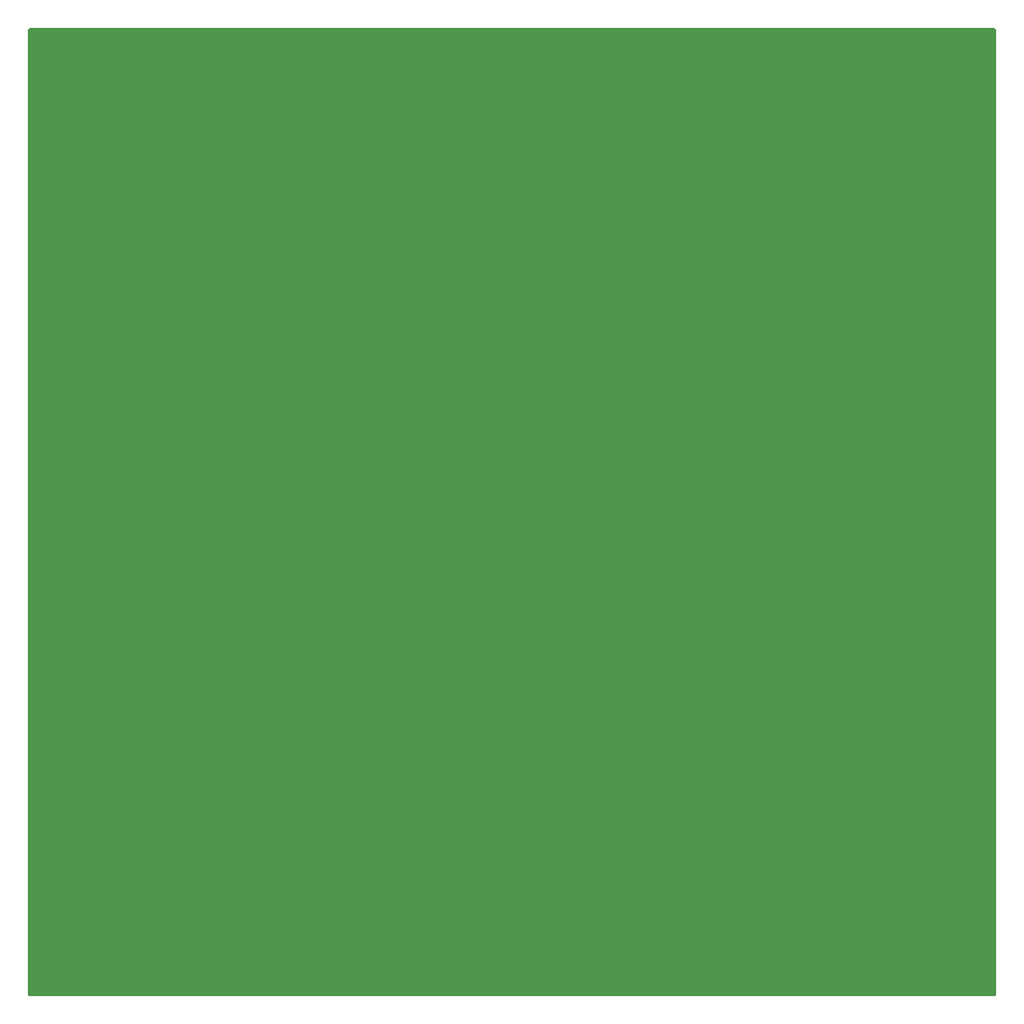
<source format=gbl>
G04 #@! TF.GenerationSoftware,KiCad,Pcbnew,7.0.1*
G04 #@! TF.CreationDate,2023-12-15T21:30:21-08:00*
G04 #@! TF.ProjectId,High current LED switch with ballast,48696768-2063-4757-9272-656e74204c45,rev?*
G04 #@! TF.SameCoordinates,Original*
G04 #@! TF.FileFunction,Copper,L2,Bot*
G04 #@! TF.FilePolarity,Positive*
%FSLAX46Y46*%
G04 Gerber Fmt 4.6, Leading zero omitted, Abs format (unit mm)*
G04 Created by KiCad (PCBNEW 7.0.1) date 2023-12-15 21:30:21*
%MOMM*%
%LPD*%
G01*
G04 APERTURE LIST*
G04 #@! TA.AperFunction,ViaPad*
%ADD10C,0.800000*%
G04 #@! TD*
G04 APERTURE END LIST*
D10*
X-48610000Y-8420000D03*
X-41610000Y-49060000D03*
X-45110000Y19520000D03*
X47000000Y-14500000D03*
X-48610000Y34760000D03*
X-45110000Y6820000D03*
X45000000Y-34820000D03*
X-45110000Y1740000D03*
X47000000Y-42440000D03*
X-41610000Y-38900000D03*
X-40800000Y47170000D03*
X-41610000Y19520000D03*
X49000000Y-11960000D03*
X45000000Y-49000000D03*
X-48610000Y-46520000D03*
X-45110000Y27140000D03*
X45000000Y-6880000D03*
X-45110000Y-31280000D03*
X47010000Y-1320000D03*
X-48980000Y49450000D03*
X-48610000Y44920000D03*
X-45110000Y32220000D03*
X-41610000Y-800000D03*
X-41140000Y42410000D03*
X49000000Y46460000D03*
X-45110000Y-8420000D03*
X45000000Y-17040000D03*
X-41610000Y34760000D03*
X-46430000Y44930000D03*
X47000000Y8360000D03*
X45010000Y-1330000D03*
X-45110000Y-16040000D03*
X47000000Y28680000D03*
X-48610000Y-21120000D03*
X47000000Y-22120000D03*
X47000000Y-49000000D03*
X44090000Y42780000D03*
X47000000Y15980000D03*
X-45110000Y-36360000D03*
X44100000Y45320000D03*
X-41610000Y1740000D03*
X-41610000Y9360000D03*
X45000000Y19000000D03*
X49000000Y-44980000D03*
X47000000Y-11960000D03*
X47000000Y5820000D03*
X-48610000Y-41440000D03*
X-48610000Y-43980000D03*
X-45110000Y14440000D03*
X-41610000Y-23660000D03*
X-48610000Y-800000D03*
X-48610000Y39840000D03*
X45000000Y-44960000D03*
X-45110000Y-41440000D03*
X-48610000Y32220000D03*
X49000000Y21060000D03*
X-48610000Y6820000D03*
X47000000Y31220000D03*
X-48610000Y-31280000D03*
X49000000Y26140000D03*
X49000000Y-29740000D03*
X-41610000Y11900000D03*
X-48610000Y-36360000D03*
X49000000Y31220000D03*
X-48610000Y-18580000D03*
X49000000Y23600000D03*
X46060000Y47750000D03*
X49000000Y-19580000D03*
X48110000Y45360000D03*
X49000000Y-34820000D03*
X-45230000Y3630000D03*
X47000000Y49000000D03*
X45000000Y5820000D03*
X-45110000Y-18580000D03*
X45000000Y-39900000D03*
X-40340000Y49400000D03*
X-48610000Y47460000D03*
X47000000Y26140000D03*
X45000000Y21060000D03*
X45000000Y31220000D03*
X45000000Y-19580000D03*
X-41610000Y-31280000D03*
X45000000Y-37360000D03*
X47000000Y4000000D03*
X-48610000Y1740000D03*
X49000000Y36300000D03*
X-41610000Y-46520000D03*
X-41610000Y-21120000D03*
X-48610000Y9360000D03*
X49000000Y15980000D03*
X49000000Y33760000D03*
X47000000Y-27200000D03*
X-45110000Y-26200000D03*
X45000000Y-9420000D03*
X-48610000Y29680000D03*
X42790000Y46490000D03*
X-48610000Y-28740000D03*
X45000000Y28680000D03*
X45000000Y740000D03*
X-48610000Y-10960000D03*
X-48610000Y-26200000D03*
X-45110000Y-28740000D03*
X45000000Y4000000D03*
X45000000Y8360000D03*
X-41610000Y27140000D03*
X45000000Y33760000D03*
X-45110000Y42380000D03*
X-41610000Y29680000D03*
X-45060000Y-33220000D03*
X47000000Y-37360000D03*
X49000000Y28680000D03*
X-48610000Y16980000D03*
X-48610000Y37300000D03*
X47000000Y-39900000D03*
X-48610000Y19520000D03*
X-41550000Y-33190000D03*
X-41610000Y-36360000D03*
X-45110000Y-43980000D03*
X-45110000Y34760000D03*
X49000000Y-37360000D03*
X-45110000Y-5880000D03*
X-48620000Y-13320000D03*
X-41610000Y-16040000D03*
X45000000Y-11960000D03*
X-45110000Y-49060000D03*
X-48610000Y3630000D03*
X-41610000Y37300000D03*
X47000000Y740000D03*
X47000000Y21060000D03*
X47000000Y-24660000D03*
X49000000Y-39900000D03*
X-45110000Y-3340000D03*
X49000000Y-22120000D03*
X46130000Y45350000D03*
X-45110000Y-10960000D03*
X-41610000Y-43980000D03*
X48130000Y42780000D03*
X49000000Y-32280000D03*
X-41610000Y-10960000D03*
X44060000Y47730000D03*
X47000000Y-29740000D03*
X45000000Y-29740000D03*
X-45170000Y-13300000D03*
X47000000Y-32280000D03*
X45000000Y49000000D03*
X-45110000Y9360000D03*
X47000000Y-19580000D03*
X45000000Y36300000D03*
X47000000Y38840000D03*
X-48610000Y22060000D03*
X-41610000Y-3340000D03*
X-48610000Y-38900000D03*
X45000000Y-42440000D03*
X-48610000Y14440000D03*
X47000000Y-17040000D03*
X-48610000Y-3340000D03*
X-48610000Y42380000D03*
X-45110000Y-23660000D03*
X-41610000Y14440000D03*
X-48610000Y27140000D03*
X-45110000Y16980000D03*
X45000000Y13440000D03*
X-41080000Y39730000D03*
X45000000Y-14500000D03*
X49000000Y-17040000D03*
X43000000Y49000000D03*
X47000000Y13440000D03*
X43000000Y44000000D03*
X-48610000Y-5880000D03*
X-41610000Y22060000D03*
X47000000Y23600000D03*
X49000000Y38840000D03*
X49000000Y43920000D03*
X49000000Y13440000D03*
X-45110000Y-38900000D03*
X49000000Y-27200000D03*
X-45110000Y-21120000D03*
X49000000Y-42440000D03*
X-45110000Y-800000D03*
X46130000Y42820000D03*
X49000000Y41380000D03*
X-44940000Y40390000D03*
X-45110000Y29680000D03*
X49000000Y-49000000D03*
X45000000Y15980000D03*
X-41610000Y16980000D03*
X47000000Y10900000D03*
X-41610000Y-5880000D03*
X-45110000Y-46520000D03*
X-48620000Y-33200000D03*
X-41040000Y4260000D03*
X49000000Y-24660000D03*
X45000000Y-32280000D03*
X-44190000Y47270000D03*
X-48610000Y-23660000D03*
X-41610000Y-41440000D03*
X-48610000Y-16040000D03*
X49000000Y5820000D03*
X49000000Y740000D03*
X-48610000Y11900000D03*
X-48610000Y-49060000D03*
X47000000Y43920000D03*
X-45110000Y11900000D03*
X-42230000Y44780000D03*
X49000000Y18520000D03*
X45000000Y38840000D03*
X-41610000Y32220000D03*
X-41610000Y-18580000D03*
X49000000Y-4340000D03*
X47000000Y18520000D03*
X49000000Y-14500000D03*
X49000000Y-9420000D03*
X45000000Y10900000D03*
X47000000Y-4340000D03*
X49000000Y-1800000D03*
X49000000Y10900000D03*
X47000000Y-6880000D03*
X48090000Y47760000D03*
X-41610000Y-28740000D03*
X-41610000Y-8420000D03*
X-41610000Y-26200000D03*
X45000000Y26140000D03*
X-45110000Y22060000D03*
X-41600000Y-13300000D03*
X45000000Y-24660000D03*
X45000000Y-27200000D03*
X-45640000Y49400000D03*
X47000000Y-44980000D03*
X-41610000Y6820000D03*
X49000000Y8360000D03*
X45000000Y43920000D03*
X49000000Y3280000D03*
X49000000Y49000000D03*
X49000000Y-6880000D03*
X45000000Y-4340000D03*
X45000000Y-22120000D03*
G04 #@! TA.AperFunction,Conductor*
G36*
X49907500Y50012887D02*
G01*
X49952887Y49967500D01*
X49969500Y49905500D01*
X49969500Y-49845500D01*
X49952887Y-49907500D01*
X49907500Y-49952887D01*
X49845500Y-49969500D01*
X-49905500Y-49969500D01*
X-49967500Y-49952887D01*
X-50012887Y-49907500D01*
X-50029500Y-49845500D01*
X-50029500Y49905500D01*
X-50012887Y49967500D01*
X-49967500Y50012887D01*
X-49905500Y50029500D01*
X49845500Y50029500D01*
X49907500Y50012887D01*
G37*
G04 #@! TD.AperFunction*
M02*

</source>
